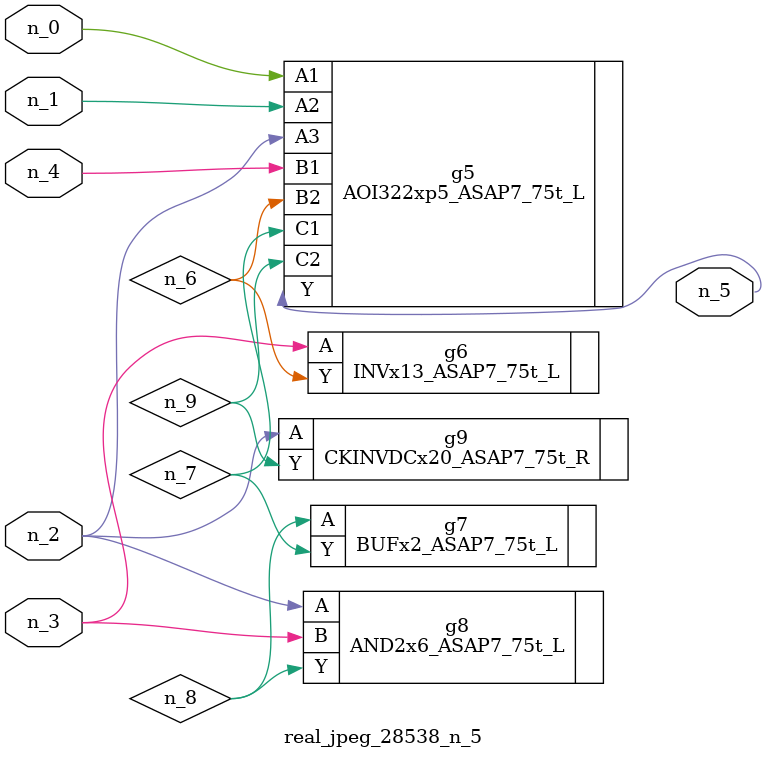
<source format=v>
module real_jpeg_28538_n_5 (n_4, n_0, n_1, n_2, n_3, n_5);

input n_4;
input n_0;
input n_1;
input n_2;
input n_3;

output n_5;

wire n_8;
wire n_6;
wire n_7;
wire n_9;

AOI322xp5_ASAP7_75t_L g5 ( 
.A1(n_0),
.A2(n_1),
.A3(n_2),
.B1(n_4),
.B2(n_6),
.C1(n_7),
.C2(n_9),
.Y(n_5)
);

AND2x6_ASAP7_75t_L g8 ( 
.A(n_2),
.B(n_3),
.Y(n_8)
);

CKINVDCx20_ASAP7_75t_R g9 ( 
.A(n_2),
.Y(n_9)
);

INVx13_ASAP7_75t_L g6 ( 
.A(n_3),
.Y(n_6)
);

BUFx2_ASAP7_75t_L g7 ( 
.A(n_8),
.Y(n_7)
);


endmodule
</source>
